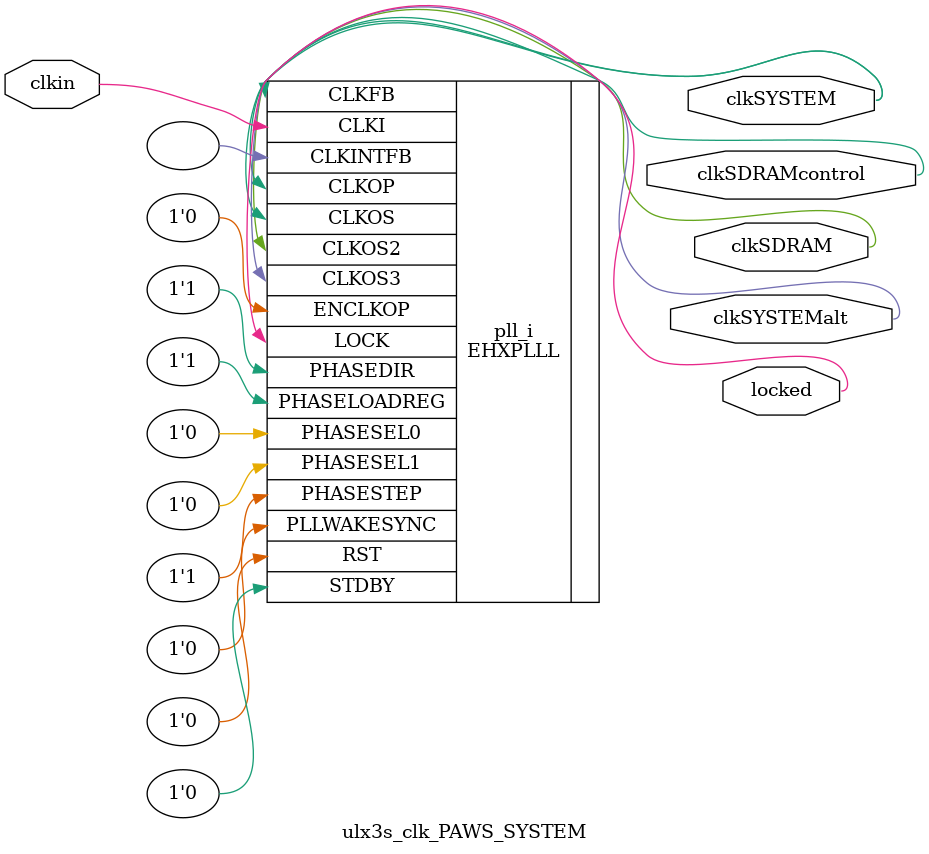
<source format=v>
module ulx3s_clk_PAWS_SYSTEM
(
    input clkin,                // 25 MHz, 0 deg
    output  clkSYSTEM,          // 50 MHz, 0 deg        // SYSTEM CLOCK - Memory and I/O
    output  clkSYSTEMalt,       // 50 MHz, 0 deg        // SYSTEM CLOCK - Alternative
    output  clkSDRAM,           // 100 MHz, 0 deg       // SDRAM
    output  clkSDRAMcontrol,    // 100 MHz, 180 deg     // SDRAM controller
    output  locked
);
(* FREQUENCY_PIN_CLKI="25" *)
(* FREQUENCY_PIN_CLKOP="50" *)
(* FREQUENCY_PIN_CLKOS="25" *)
(* FREQUENCY_PIN_CLKOS2="50" *)
(* FREQUENCY_PIN_CLKOS3="50" *)
(* ICP_CURRENT="12" *) (* LPF_RESISTOR="8" *) (* MFG_ENABLE_FILTEROPAMP="1" *) (* MFG_GMCREF_SEL="2" *)
EHXPLLL #(
        .PLLRST_ENA("DISABLED"),
        .INTFB_WAKE("DISABLED"),
        .STDBY_ENABLE("DISABLED"),
        .DPHASE_SOURCE("DISABLED"),
        .OUTDIVIDER_MUXA("DIVA"),
        .OUTDIVIDER_MUXB("DIVB"),
        .OUTDIVIDER_MUXC("DIVC"),
        .OUTDIVIDER_MUXD("DIVD"),
        .CLKI_DIV(1),
        .CLKOP_ENABLE("ENABLED"),
        .CLKOP_DIV(12),
        .CLKOP_CPHASE(5),
        .CLKOP_FPHASE(0),
        .CLKOS_ENABLE("ENABLED"),
        .CLKOS_DIV(6),
        .CLKOS_CPHASE(8),
        .CLKOS_FPHASE(0),
        .CLKOS2_ENABLE("ENABLED"),
        .CLKOS2_DIV(6),
        .CLKOS2_CPHASE(5),
        .CLKOS2_FPHASE(0),
        .CLKOS3_ENABLE("ENABLED"),
        .CLKOS3_DIV(12),
        .CLKOS3_CPHASE(5),
        .CLKOS3_FPHASE(0),

        .FEEDBK_PATH("CLKOP"),
        .CLKFB_DIV(2)
    ) pll_i (
        .RST(1'b0),
        .STDBY(1'b0),
        .CLKI(clkin),
        .CLKOP(clkSYSTEM),
        .CLKOS(clkSDRAMcontrol),
        .CLKOS2(clkSDRAM),
        .CLKOS3(clkSYSTEMalt),
        .CLKFB(clkSYSTEM),
        .CLKINTFB(),
        .PHASESEL0(1'b0),
        .PHASESEL1(1'b0),
        .PHASEDIR(1'b1),
        .PHASESTEP(1'b1),
        .PHASELOADREG(1'b1),
        .PLLWAKESYNC(1'b0),
        .ENCLKOP(1'b0),
        .LOCK(locked)
	);
endmodule

</source>
